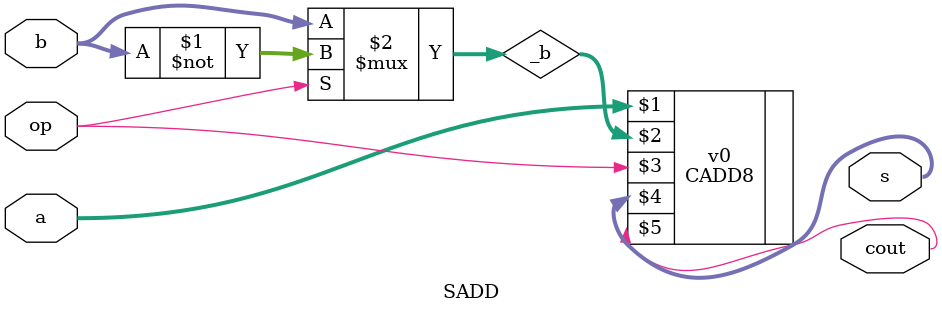
<source format=v>
module SADD(a,b,op,s,cout); //¥[´îªk¾¹

input [7:0] a,b;
input op;
output cout;
output [7:0]s;
//output [0:6] led1,led2;
wire [7:0] _b;
wire [7:0] s;

assign _b=(op)?~b:b;
CADD8 v0(a,_b,op,s,cout);
//_7Seg v1(s[3:0],led1);
//_7Seg v2(s[7:4],led2);

                                                                                                                                                                                                                                                                                                                                                                                                                                                                                                                                                                                                                                                                                                                                                                                                                                                                   
endmodule
</source>
